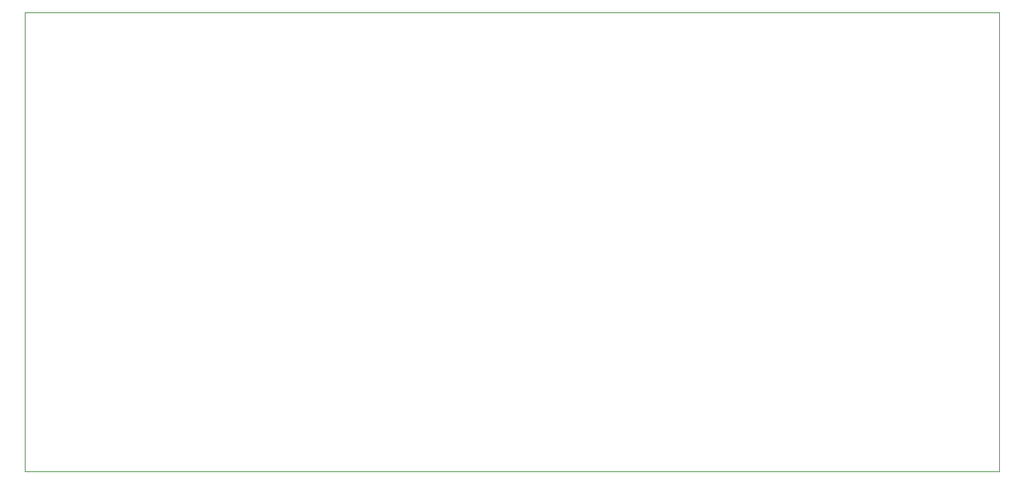
<source format=gbr>
G04 #@! TF.GenerationSoftware,KiCad,Pcbnew,7.0.10-7.0.10~ubuntu22.04.1*
G04 #@! TF.CreationDate,2024-08-31T13:48:36+10:00*
G04 #@! TF.ProjectId,Cat_ROM_Cartridge,4361745f-524f-44d5-9f43-617274726964,rev?*
G04 #@! TF.SameCoordinates,Original*
G04 #@! TF.FileFunction,Profile,NP*
%FSLAX46Y46*%
G04 Gerber Fmt 4.6, Leading zero omitted, Abs format (unit mm)*
G04 Created by KiCad (PCBNEW 7.0.10-7.0.10~ubuntu22.04.1) date 2024-08-31 13:48:36*
%MOMM*%
%LPD*%
G01*
G04 APERTURE LIST*
G04 #@! TA.AperFunction,Profile*
%ADD10C,0.100000*%
G04 #@! TD*
G04 APERTURE END LIST*
D10*
X67310000Y-53340000D02*
X180340000Y-53340000D01*
X180340000Y-106680000D01*
X67310000Y-106680000D01*
X67310000Y-53340000D01*
M02*

</source>
